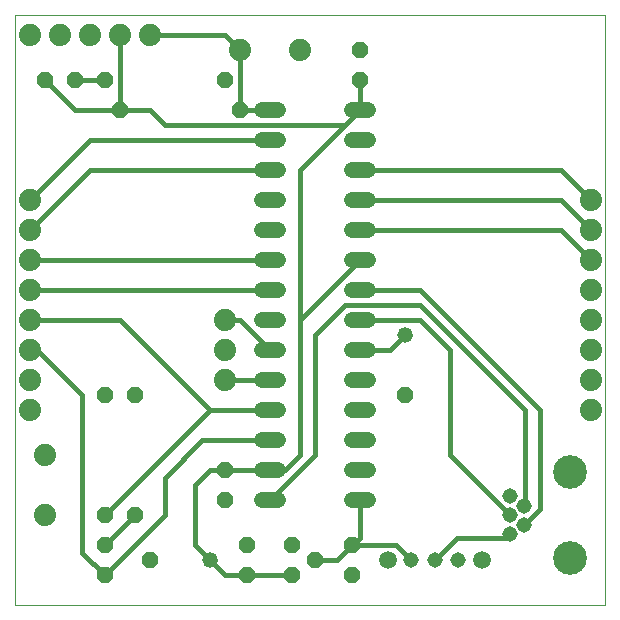
<source format=gtl>
G75*
%MOIN*%
%OFA0B0*%
%FSLAX25Y25*%
%IPPOS*%
%LPD*%
%AMOC8*
5,1,8,0,0,1.08239X$1,22.5*
%
%ADD10C,0.00000*%
%ADD11OC8,0.05200*%
%ADD12C,0.05200*%
%ADD13C,0.05150*%
%ADD14C,0.11220*%
%ADD15C,0.07400*%
%ADD16C,0.05200*%
%ADD17C,0.05937*%
%ADD18C,0.01600*%
D10*
X0011800Y0011800D02*
X0011800Y0208650D01*
X0208650Y0208650D01*
X0208650Y0011800D01*
X0011800Y0011800D01*
D11*
X0041800Y0021800D03*
X0041800Y0031800D03*
X0041800Y0041800D03*
X0051800Y0041800D03*
X0056800Y0026800D03*
X0081800Y0046800D03*
X0081800Y0056800D03*
X0089300Y0031800D03*
X0089300Y0021800D03*
X0104300Y0021800D03*
X0111800Y0026800D03*
X0104300Y0031800D03*
X0124300Y0031800D03*
X0124300Y0021800D03*
X0141800Y0081800D03*
X0051800Y0081800D03*
X0041800Y0081800D03*
X0046800Y0176800D03*
X0041800Y0186800D03*
X0031800Y0186800D03*
X0021800Y0186800D03*
X0081800Y0186800D03*
X0086800Y0176800D03*
X0126800Y0186800D03*
X0126800Y0196800D03*
D12*
X0141800Y0101800D03*
X0076800Y0026800D03*
D13*
X0143926Y0026800D03*
X0151800Y0026800D03*
X0159674Y0026800D03*
X0176721Y0035501D03*
X0181446Y0038650D03*
X0176721Y0041800D03*
X0181446Y0044950D03*
X0176721Y0048099D03*
D14*
X0196800Y0056170D03*
X0196800Y0027430D03*
D15*
X0203800Y0076800D03*
X0203800Y0086800D03*
X0203800Y0096800D03*
X0203800Y0106800D03*
X0203800Y0116800D03*
X0203800Y0126800D03*
X0203800Y0136800D03*
X0203800Y0146800D03*
X0106800Y0196800D03*
X0086800Y0196800D03*
X0056800Y0201800D03*
X0046800Y0201800D03*
X0036800Y0201800D03*
X0026800Y0201800D03*
X0016800Y0201800D03*
X0016800Y0146800D03*
X0016800Y0136800D03*
X0016800Y0126800D03*
X0016800Y0116800D03*
X0016800Y0106800D03*
X0016800Y0096800D03*
X0016800Y0086800D03*
X0016800Y0076800D03*
X0021800Y0061800D03*
X0021800Y0041800D03*
X0081800Y0086800D03*
X0081800Y0096800D03*
X0081800Y0106800D03*
D16*
X0094200Y0106800D02*
X0099400Y0106800D01*
X0099400Y0116800D02*
X0094200Y0116800D01*
X0094200Y0126800D02*
X0099400Y0126800D01*
X0099400Y0136800D02*
X0094200Y0136800D01*
X0094200Y0146800D02*
X0099400Y0146800D01*
X0099400Y0156800D02*
X0094200Y0156800D01*
X0094200Y0166800D02*
X0099400Y0166800D01*
X0099400Y0176800D02*
X0094200Y0176800D01*
X0124200Y0176800D02*
X0129400Y0176800D01*
X0129400Y0166800D02*
X0124200Y0166800D01*
X0124200Y0156800D02*
X0129400Y0156800D01*
X0129400Y0146800D02*
X0124200Y0146800D01*
X0124200Y0136800D02*
X0129400Y0136800D01*
X0129400Y0126800D02*
X0124200Y0126800D01*
X0124200Y0116800D02*
X0129400Y0116800D01*
X0129400Y0106800D02*
X0124200Y0106800D01*
X0124200Y0096800D02*
X0129400Y0096800D01*
X0129400Y0086800D02*
X0124200Y0086800D01*
X0124200Y0076800D02*
X0129400Y0076800D01*
X0129400Y0066800D02*
X0124200Y0066800D01*
X0124200Y0056800D02*
X0129400Y0056800D01*
X0129400Y0046800D02*
X0124200Y0046800D01*
X0099400Y0046800D02*
X0094200Y0046800D01*
X0094200Y0056800D02*
X0099400Y0056800D01*
X0099400Y0066800D02*
X0094200Y0066800D01*
X0094200Y0076800D02*
X0099400Y0076800D01*
X0099400Y0086800D02*
X0094200Y0086800D01*
X0094200Y0096800D02*
X0099400Y0096800D01*
D17*
X0136052Y0026800D03*
X0167548Y0026800D03*
D18*
X0175520Y0034300D02*
X0159300Y0034300D01*
X0151800Y0026800D01*
X0143926Y0026800D02*
X0138926Y0031800D01*
X0124300Y0031800D01*
X0126800Y0034300D01*
X0126800Y0046800D01*
X0124300Y0031800D02*
X0119300Y0026800D01*
X0111800Y0026800D01*
X0104300Y0021800D02*
X0089300Y0021800D01*
X0081800Y0021800D01*
X0076800Y0026800D01*
X0071800Y0031800D01*
X0071800Y0051800D01*
X0076800Y0056800D01*
X0081800Y0056800D01*
X0096800Y0056800D01*
X0101800Y0056800D01*
X0106800Y0061800D01*
X0106800Y0106800D01*
X0106800Y0156800D01*
X0121800Y0171800D01*
X0061800Y0171800D01*
X0056800Y0176800D01*
X0046800Y0176800D01*
X0031800Y0176800D01*
X0021800Y0186800D01*
X0031800Y0186800D02*
X0041800Y0186800D01*
X0046800Y0176800D02*
X0046800Y0201800D01*
X0056800Y0201800D02*
X0081800Y0201800D01*
X0086800Y0196800D01*
X0086800Y0176800D01*
X0096800Y0176800D01*
X0096800Y0166800D02*
X0036800Y0166800D01*
X0016800Y0146800D01*
X0016800Y0136800D02*
X0036800Y0156800D01*
X0096800Y0156800D01*
X0121800Y0171800D02*
X0126800Y0176800D01*
X0126800Y0186800D01*
X0126800Y0156800D02*
X0193800Y0156800D01*
X0203800Y0146800D01*
X0193800Y0146800D02*
X0203800Y0136800D01*
X0193800Y0136800D02*
X0203800Y0126800D01*
X0193800Y0136800D02*
X0126800Y0136800D01*
X0126800Y0146800D02*
X0193800Y0146800D01*
X0146800Y0116800D02*
X0186800Y0076800D01*
X0186800Y0044005D01*
X0181446Y0038650D01*
X0176721Y0035501D02*
X0175520Y0034300D01*
X0176721Y0041800D02*
X0156800Y0061721D01*
X0156800Y0096800D01*
X0146800Y0106800D01*
X0126800Y0106800D01*
X0121800Y0111800D02*
X0146800Y0111800D01*
X0181800Y0076800D01*
X0181800Y0045304D01*
X0181446Y0044950D01*
X0136800Y0096800D02*
X0126800Y0096800D01*
X0136800Y0096800D02*
X0141800Y0101800D01*
X0146800Y0116800D02*
X0126800Y0116800D01*
X0121800Y0111800D02*
X0111800Y0101800D01*
X0111800Y0061800D01*
X0096800Y0046800D01*
X0096800Y0066800D02*
X0074300Y0066800D01*
X0061800Y0054300D01*
X0061800Y0041800D01*
X0041800Y0021800D01*
X0034300Y0029300D01*
X0034300Y0081800D01*
X0019300Y0096800D01*
X0016800Y0096800D01*
X0016800Y0106800D02*
X0046800Y0106800D01*
X0076800Y0076800D01*
X0041800Y0041800D01*
X0041800Y0031800D02*
X0051800Y0041800D01*
X0076800Y0076800D02*
X0096800Y0076800D01*
X0096800Y0086800D02*
X0081800Y0086800D01*
X0096800Y0096800D02*
X0086800Y0106800D01*
X0081800Y0106800D01*
X0096800Y0116800D02*
X0016800Y0116800D01*
X0016800Y0126800D02*
X0096800Y0126800D01*
X0106800Y0106800D02*
X0126800Y0126800D01*
M02*

</source>
